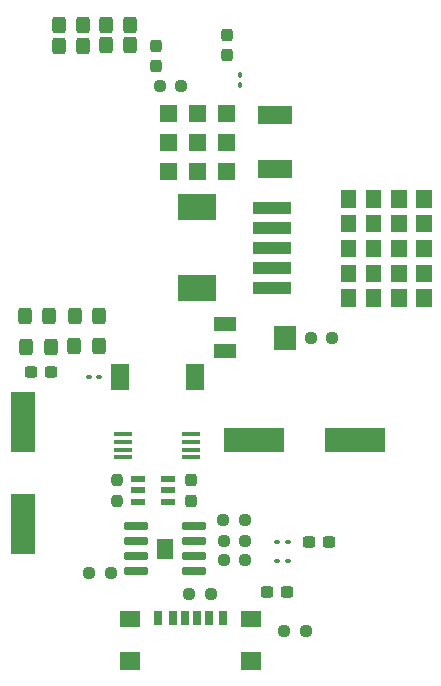
<source format=gtp>
%TF.GenerationSoftware,KiCad,Pcbnew,7.0.5-0*%
%TF.CreationDate,2024-11-17T18:20:44-05:00*%
%TF.ProjectId,PCB_design,5043425f-6465-4736-9967-6e2e6b696361,rev?*%
%TF.SameCoordinates,Original*%
%TF.FileFunction,Paste,Top*%
%TF.FilePolarity,Positive*%
%FSLAX46Y46*%
G04 Gerber Fmt 4.6, Leading zero omitted, Abs format (unit mm)*
G04 Created by KiCad (PCBNEW 7.0.5-0) date 2024-11-17 18:20:44*
%MOMM*%
%LPD*%
G01*
G04 APERTURE LIST*
G04 Aperture macros list*
%AMRoundRect*
0 Rectangle with rounded corners*
0 $1 Rounding radius*
0 $2 $3 $4 $5 $6 $7 $8 $9 X,Y pos of 4 corners*
0 Add a 4 corners polygon primitive as box body*
4,1,4,$2,$3,$4,$5,$6,$7,$8,$9,$2,$3,0*
0 Add four circle primitives for the rounded corners*
1,1,$1+$1,$2,$3*
1,1,$1+$1,$4,$5*
1,1,$1+$1,$6,$7*
1,1,$1+$1,$8,$9*
0 Add four rect primitives between the rounded corners*
20,1,$1+$1,$2,$3,$4,$5,0*
20,1,$1+$1,$4,$5,$6,$7,0*
20,1,$1+$1,$6,$7,$8,$9,0*
20,1,$1+$1,$8,$9,$2,$3,0*%
G04 Aperture macros list end*
%ADD10C,0.010000*%
%ADD11RoundRect,0.250000X-0.325000X-0.450000X0.325000X-0.450000X0.325000X0.450000X-0.325000X0.450000X0*%
%ADD12RoundRect,0.250000X0.325000X0.450000X-0.325000X0.450000X-0.325000X-0.450000X0.325000X-0.450000X0*%
%ADD13RoundRect,0.090000X0.139000X0.090000X-0.139000X0.090000X-0.139000X-0.090000X0.139000X-0.090000X0*%
%ADD14R,3.000000X1.600000*%
%ADD15RoundRect,0.237500X-0.300000X-0.237500X0.300000X-0.237500X0.300000X0.237500X-0.300000X0.237500X0*%
%ADD16RoundRect,0.237500X0.250000X0.237500X-0.250000X0.237500X-0.250000X-0.237500X0.250000X-0.237500X0*%
%ADD17RoundRect,0.237500X-0.250000X-0.237500X0.250000X-0.237500X0.250000X0.237500X-0.250000X0.237500X0*%
%ADD18R,0.700000X1.200000*%
%ADD19R,0.760000X1.200000*%
%ADD20R,0.800000X1.200000*%
%ADD21R,1.800000X1.350000*%
%ADD22R,1.800000X1.500000*%
%ADD23R,5.100000X2.150000*%
%ADD24RoundRect,0.237500X0.300000X0.237500X-0.300000X0.237500X-0.300000X-0.237500X0.300000X-0.237500X0*%
%ADD25RoundRect,0.090000X-0.139000X-0.090000X0.139000X-0.090000X0.139000X0.090000X-0.139000X0.090000X0*%
%ADD26R,3.210000X1.050000*%
%ADD27R,3.200000X2.250000*%
%ADD28RoundRect,0.050000X-0.730000X-0.150000X0.730000X-0.150000X0.730000X0.150000X-0.730000X0.150000X0*%
%ADD29R,2.150000X5.100000*%
%ADD30R,1.500000X2.200000*%
%ADD31RoundRect,0.075000X-0.910000X-0.225000X0.910000X-0.225000X0.910000X0.225000X-0.910000X0.225000X0*%
%ADD32R,1.900000X1.300000*%
%ADD33R,1.900000X2.000000*%
%ADD34RoundRect,0.237500X-0.237500X0.250000X-0.237500X-0.250000X0.237500X-0.250000X0.237500X0.250000X0*%
%ADD35R,1.210000X0.590000*%
%ADD36RoundRect,0.090000X-0.090000X0.139000X-0.090000X-0.139000X0.090000X-0.139000X0.090000X0.139000X0*%
%ADD37RoundRect,0.237500X0.237500X-0.300000X0.237500X0.300000X-0.237500X0.300000X-0.237500X-0.300000X0*%
G04 APERTURE END LIST*
%TO.C,U2*%
D10*
X105800000Y-52650000D02*
X104390000Y-52650000D01*
X104390000Y-51240000D01*
X105800000Y-51240000D01*
X105800000Y-52650000D01*
G36*
X105800000Y-52650000D02*
G01*
X104390000Y-52650000D01*
X104390000Y-51240000D01*
X105800000Y-51240000D01*
X105800000Y-52650000D01*
G37*
X105800000Y-50190000D02*
X104390000Y-50190000D01*
X104390000Y-48780000D01*
X105800000Y-48780000D01*
X105800000Y-50190000D01*
G36*
X105800000Y-50190000D02*
G01*
X104390000Y-50190000D01*
X104390000Y-48780000D01*
X105800000Y-48780000D01*
X105800000Y-50190000D01*
G37*
X105800000Y-47730000D02*
X104390000Y-47730000D01*
X104390000Y-46320000D01*
X105800000Y-46320000D01*
X105800000Y-47730000D01*
G36*
X105800000Y-47730000D02*
G01*
X104390000Y-47730000D01*
X104390000Y-46320000D01*
X105800000Y-46320000D01*
X105800000Y-47730000D01*
G37*
X103340000Y-52650000D02*
X101930000Y-52650000D01*
X101930000Y-51240000D01*
X103340000Y-51240000D01*
X103340000Y-52650000D01*
G36*
X103340000Y-52650000D02*
G01*
X101930000Y-52650000D01*
X101930000Y-51240000D01*
X103340000Y-51240000D01*
X103340000Y-52650000D01*
G37*
X103340000Y-50190000D02*
X101930000Y-50190000D01*
X101930000Y-48780000D01*
X103340000Y-48780000D01*
X103340000Y-50190000D01*
G36*
X103340000Y-50190000D02*
G01*
X101930000Y-50190000D01*
X101930000Y-48780000D01*
X103340000Y-48780000D01*
X103340000Y-50190000D01*
G37*
X103340000Y-47730000D02*
X101930000Y-47730000D01*
X101930000Y-46320000D01*
X103340000Y-46320000D01*
X103340000Y-47730000D01*
G36*
X103340000Y-47730000D02*
G01*
X101930000Y-47730000D01*
X101930000Y-46320000D01*
X103340000Y-46320000D01*
X103340000Y-47730000D01*
G37*
X100880000Y-52650000D02*
X99470000Y-52650000D01*
X99470000Y-51240000D01*
X100880000Y-51240000D01*
X100880000Y-52650000D01*
G36*
X100880000Y-52650000D02*
G01*
X99470000Y-52650000D01*
X99470000Y-51240000D01*
X100880000Y-51240000D01*
X100880000Y-52650000D01*
G37*
X100880000Y-50190000D02*
X99470000Y-50190000D01*
X99470000Y-48780000D01*
X100880000Y-48780000D01*
X100880000Y-50190000D01*
G36*
X100880000Y-50190000D02*
G01*
X99470000Y-50190000D01*
X99470000Y-48780000D01*
X100880000Y-48780000D01*
X100880000Y-50190000D01*
G37*
X100880000Y-47730000D02*
X99470000Y-47730000D01*
X99470000Y-46320000D01*
X100880000Y-46320000D01*
X100880000Y-47730000D01*
G36*
X100880000Y-47730000D02*
G01*
X99470000Y-47730000D01*
X99470000Y-46320000D01*
X100880000Y-46320000D01*
X100880000Y-47730000D01*
G37*
%TO.C,VR1*%
X116055000Y-54945000D02*
X114795000Y-54945000D01*
X114795000Y-53525000D01*
X116055000Y-53525000D01*
X116055000Y-54945000D01*
G36*
X116055000Y-54945000D02*
G01*
X114795000Y-54945000D01*
X114795000Y-53525000D01*
X116055000Y-53525000D01*
X116055000Y-54945000D01*
G37*
X116055000Y-57055000D02*
X114795000Y-57055000D01*
X114795000Y-55635000D01*
X116055000Y-55635000D01*
X116055000Y-57055000D01*
G36*
X116055000Y-57055000D02*
G01*
X114795000Y-57055000D01*
X114795000Y-55635000D01*
X116055000Y-55635000D01*
X116055000Y-57055000D01*
G37*
X116055000Y-59165000D02*
X114795000Y-59165000D01*
X114795000Y-57745000D01*
X116055000Y-57745000D01*
X116055000Y-59165000D01*
G36*
X116055000Y-59165000D02*
G01*
X114795000Y-59165000D01*
X114795000Y-57745000D01*
X116055000Y-57745000D01*
X116055000Y-59165000D01*
G37*
X116055000Y-61275000D02*
X114795000Y-61275000D01*
X114795000Y-59855000D01*
X116055000Y-59855000D01*
X116055000Y-61275000D01*
G36*
X116055000Y-61275000D02*
G01*
X114795000Y-61275000D01*
X114795000Y-59855000D01*
X116055000Y-59855000D01*
X116055000Y-61275000D01*
G37*
X116055000Y-63385000D02*
X114795000Y-63385000D01*
X114795000Y-61965000D01*
X116055000Y-61965000D01*
X116055000Y-63385000D01*
G36*
X116055000Y-63385000D02*
G01*
X114795000Y-63385000D01*
X114795000Y-61965000D01*
X116055000Y-61965000D01*
X116055000Y-63385000D01*
G37*
X118175000Y-54945000D02*
X116915000Y-54945000D01*
X116915000Y-53525000D01*
X118175000Y-53525000D01*
X118175000Y-54945000D01*
G36*
X118175000Y-54945000D02*
G01*
X116915000Y-54945000D01*
X116915000Y-53525000D01*
X118175000Y-53525000D01*
X118175000Y-54945000D01*
G37*
X118175000Y-57055000D02*
X116915000Y-57055000D01*
X116915000Y-55635000D01*
X118175000Y-55635000D01*
X118175000Y-57055000D01*
G36*
X118175000Y-57055000D02*
G01*
X116915000Y-57055000D01*
X116915000Y-55635000D01*
X118175000Y-55635000D01*
X118175000Y-57055000D01*
G37*
X118175000Y-59165000D02*
X116915000Y-59165000D01*
X116915000Y-57745000D01*
X118175000Y-57745000D01*
X118175000Y-59165000D01*
G36*
X118175000Y-59165000D02*
G01*
X116915000Y-59165000D01*
X116915000Y-57745000D01*
X118175000Y-57745000D01*
X118175000Y-59165000D01*
G37*
X118175000Y-61275000D02*
X116915000Y-61275000D01*
X116915000Y-59855000D01*
X118175000Y-59855000D01*
X118175000Y-61275000D01*
G36*
X118175000Y-61275000D02*
G01*
X116915000Y-61275000D01*
X116915000Y-59855000D01*
X118175000Y-59855000D01*
X118175000Y-61275000D01*
G37*
X118175000Y-63385000D02*
X116915000Y-63385000D01*
X116915000Y-61965000D01*
X118175000Y-61965000D01*
X118175000Y-63385000D01*
G36*
X118175000Y-63385000D02*
G01*
X116915000Y-63385000D01*
X116915000Y-61965000D01*
X118175000Y-61965000D01*
X118175000Y-63385000D01*
G37*
X120295000Y-54945000D02*
X119035000Y-54945000D01*
X119035000Y-53525000D01*
X120295000Y-53525000D01*
X120295000Y-54945000D01*
G36*
X120295000Y-54945000D02*
G01*
X119035000Y-54945000D01*
X119035000Y-53525000D01*
X120295000Y-53525000D01*
X120295000Y-54945000D01*
G37*
X120295000Y-57055000D02*
X119035000Y-57055000D01*
X119035000Y-55635000D01*
X120295000Y-55635000D01*
X120295000Y-57055000D01*
G36*
X120295000Y-57055000D02*
G01*
X119035000Y-57055000D01*
X119035000Y-55635000D01*
X120295000Y-55635000D01*
X120295000Y-57055000D01*
G37*
X120295000Y-59165000D02*
X119035000Y-59165000D01*
X119035000Y-57745000D01*
X120295000Y-57745000D01*
X120295000Y-59165000D01*
G36*
X120295000Y-59165000D02*
G01*
X119035000Y-59165000D01*
X119035000Y-57745000D01*
X120295000Y-57745000D01*
X120295000Y-59165000D01*
G37*
X120295000Y-61275000D02*
X119035000Y-61275000D01*
X119035000Y-59855000D01*
X120295000Y-59855000D01*
X120295000Y-61275000D01*
G36*
X120295000Y-61275000D02*
G01*
X119035000Y-61275000D01*
X119035000Y-59855000D01*
X120295000Y-59855000D01*
X120295000Y-61275000D01*
G37*
X120295000Y-63385000D02*
X119035000Y-63385000D01*
X119035000Y-61965000D01*
X120295000Y-61965000D01*
X120295000Y-63385000D01*
G36*
X120295000Y-63385000D02*
G01*
X119035000Y-63385000D01*
X119035000Y-61965000D01*
X120295000Y-61965000D01*
X120295000Y-63385000D01*
G37*
X122415000Y-54945000D02*
X121155000Y-54945000D01*
X121155000Y-53525000D01*
X122415000Y-53525000D01*
X122415000Y-54945000D01*
G36*
X122415000Y-54945000D02*
G01*
X121155000Y-54945000D01*
X121155000Y-53525000D01*
X122415000Y-53525000D01*
X122415000Y-54945000D01*
G37*
X122415000Y-57055000D02*
X121155000Y-57055000D01*
X121155000Y-55635000D01*
X122415000Y-55635000D01*
X122415000Y-57055000D01*
G36*
X122415000Y-57055000D02*
G01*
X121155000Y-57055000D01*
X121155000Y-55635000D01*
X122415000Y-55635000D01*
X122415000Y-57055000D01*
G37*
X122415000Y-59165000D02*
X121155000Y-59165000D01*
X121155000Y-57745000D01*
X122415000Y-57745000D01*
X122415000Y-59165000D01*
G36*
X122415000Y-59165000D02*
G01*
X121155000Y-59165000D01*
X121155000Y-57745000D01*
X122415000Y-57745000D01*
X122415000Y-59165000D01*
G37*
X122415000Y-61275000D02*
X121155000Y-61275000D01*
X121155000Y-59855000D01*
X122415000Y-59855000D01*
X122415000Y-61275000D01*
G36*
X122415000Y-61275000D02*
G01*
X121155000Y-61275000D01*
X121155000Y-59855000D01*
X122415000Y-59855000D01*
X122415000Y-61275000D01*
G37*
X122415000Y-63385000D02*
X121155000Y-63385000D01*
X121155000Y-61965000D01*
X122415000Y-61965000D01*
X122415000Y-63385000D01*
G36*
X122415000Y-63385000D02*
G01*
X121155000Y-63385000D01*
X121155000Y-61965000D01*
X122415000Y-61965000D01*
X122415000Y-63385000D01*
G37*
%TO.C,U3*%
X100560000Y-84730000D02*
X99270000Y-84730000D01*
X99270000Y-83090000D01*
X100560000Y-83090000D01*
X100560000Y-84730000D01*
G36*
X100560000Y-84730000D02*
G01*
X99270000Y-84730000D01*
X99270000Y-83090000D01*
X100560000Y-83090000D01*
X100560000Y-84730000D01*
G37*
%TD*%
D11*
%TO.C,D5*%
X92297500Y-64230000D03*
X94347500Y-64230000D03*
%TD*%
%TO.C,D8*%
X88197500Y-66870000D03*
X90247500Y-66870000D03*
%TD*%
D12*
%TO.C,D7*%
X90132500Y-64240000D03*
X88082500Y-64240000D03*
%TD*%
%TO.C,D6*%
X94310000Y-66780000D03*
X92260000Y-66780000D03*
%TD*%
D11*
%TO.C,D4*%
X94945000Y-41308750D03*
X96995000Y-41308750D03*
%TD*%
D12*
%TO.C,D3*%
X96992500Y-39538750D03*
X94942500Y-39538750D03*
%TD*%
%TO.C,D2*%
X92995000Y-41355000D03*
X90945000Y-41355000D03*
%TD*%
D11*
%TO.C,D1*%
X90972500Y-39605000D03*
X93022500Y-39605000D03*
%TD*%
D13*
%TO.C,C5*%
X94367500Y-69405000D03*
X93502500Y-69405000D03*
%TD*%
D14*
%TO.C,U2*%
X109285000Y-51785000D03*
X109285000Y-47185000D03*
%TD*%
D15*
%TO.C,C9*%
X112127500Y-83320000D03*
X113852500Y-83320000D03*
%TD*%
D16*
%TO.C,R6*%
X106717500Y-83285000D03*
X104892500Y-83285000D03*
%TD*%
D17*
%TO.C,R3*%
X112262500Y-66035000D03*
X114087500Y-66035000D03*
%TD*%
D18*
%TO.C,J9*%
X101610000Y-89770000D03*
D19*
X103630000Y-89770000D03*
D20*
X104860000Y-89770000D03*
D18*
X102610000Y-89770000D03*
D19*
X100590000Y-89770000D03*
D20*
X99360000Y-89770000D03*
D21*
X96985000Y-89825000D03*
D22*
X96985000Y-93405000D03*
D21*
X107235000Y-89825000D03*
D22*
X107235000Y-93405000D03*
%TD*%
D17*
%TO.C,R1*%
X101982500Y-87775000D03*
X103807500Y-87775000D03*
%TD*%
D23*
%TO.C,C4*%
X107435000Y-74715000D03*
X116035000Y-74715000D03*
%TD*%
D24*
%TO.C,C2*%
X90282500Y-68930000D03*
X88557500Y-68930000D03*
%TD*%
D25*
%TO.C,D10*%
X109452500Y-84915000D03*
X110317500Y-84915000D03*
%TD*%
D26*
%TO.C,VR1*%
X108975000Y-55055000D03*
X108975000Y-56755000D03*
X108975000Y-58455000D03*
X108975000Y-60155000D03*
X108975000Y-61855000D03*
%TD*%
D27*
%TO.C,D9*%
X102645000Y-54965000D03*
X102645000Y-61865000D03*
%TD*%
D17*
%TO.C,R8*%
X104855000Y-81485000D03*
X106680000Y-81485000D03*
%TD*%
D28*
%TO.C,Q1*%
X96365000Y-74230000D03*
X96365000Y-74880000D03*
X96365000Y-75530000D03*
X96365000Y-76180000D03*
X102125000Y-76180000D03*
X102125000Y-75530000D03*
X102125000Y-74880000D03*
X102125000Y-74230000D03*
%TD*%
D29*
%TO.C,C7*%
X87925000Y-73205000D03*
X87925000Y-81805000D03*
%TD*%
D17*
%TO.C,R9*%
X99480000Y-44775000D03*
X101305000Y-44775000D03*
%TD*%
D30*
%TO.C,L1*%
X96085000Y-69335000D03*
X102485000Y-69335000D03*
%TD*%
D31*
%TO.C,U3*%
X97440000Y-82005000D03*
X97440000Y-83275000D03*
X97440000Y-84545000D03*
X97440000Y-85815000D03*
X102390000Y-85815000D03*
X102390000Y-84545000D03*
X102390000Y-83275000D03*
X102390000Y-82005000D03*
%TD*%
D16*
%TO.C,R_PROG1*%
X95330000Y-85955000D03*
X93505000Y-85955000D03*
%TD*%
D32*
%TO.C,R4*%
X104985000Y-64885000D03*
D33*
X110085000Y-66035000D03*
D32*
X104985000Y-67185000D03*
%TD*%
D25*
%TO.C,D11*%
X109455000Y-83315000D03*
X110320000Y-83315000D03*
%TD*%
D34*
%TO.C,R7*%
X95855000Y-78062500D03*
X95855000Y-79887500D03*
%TD*%
D35*
%TO.C,U4*%
X97680000Y-78035000D03*
X97680000Y-78985000D03*
X97680000Y-79935000D03*
X100190000Y-79935000D03*
X100190000Y-78985000D03*
X100190000Y-78035000D03*
%TD*%
D36*
%TO.C,D17*%
X106245000Y-43777500D03*
X106245000Y-44642500D03*
%TD*%
D17*
%TO.C,R2*%
X110012500Y-90855000D03*
X111837500Y-90855000D03*
%TD*%
D37*
%TO.C,C10*%
X102135000Y-79857500D03*
X102135000Y-78132500D03*
%TD*%
D16*
%TO.C,R5*%
X106717500Y-84895000D03*
X104892500Y-84895000D03*
%TD*%
D24*
%TO.C,C8*%
X110292500Y-87540000D03*
X108567500Y-87540000D03*
%TD*%
D37*
%TO.C,C1*%
X99165000Y-43077500D03*
X99165000Y-41352500D03*
%TD*%
%TO.C,C6*%
X105205000Y-42117500D03*
X105205000Y-40392500D03*
%TD*%
M02*

</source>
